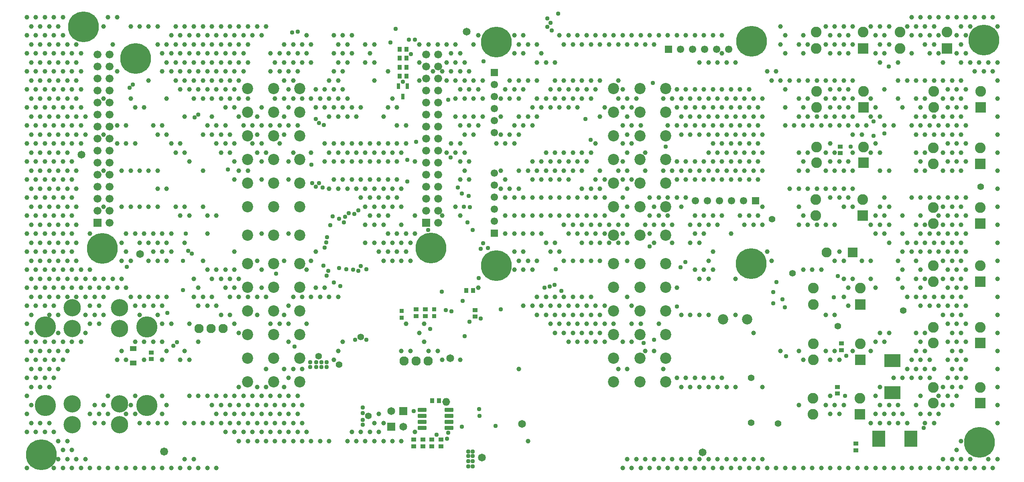
<source format=gbs>
G04*
G04 #@! TF.GenerationSoftware,Altium Limited,Altium Designer,22.11.1 (43)*
G04*
G04 Layer_Color=16711935*
%FSLAX23Y23*%
%MOIN*%
G70*
G04*
G04 #@! TF.SameCoordinates,FD0B0D1A-97A4-46D0-9F7C-2B5E2F8B1952*
G04*
G04*
G04 #@! TF.FilePolarity,Negative*
G04*
G01*
G75*
%ADD46R,0.034X0.041*%
%ADD49R,0.036X0.036*%
%ADD50R,0.041X0.037*%
%ADD51R,0.041X0.034*%
%ADD55R,0.037X0.041*%
G04:AMPARAMS|DCode=61|XSize=32mil|YSize=71mil|CornerRadius=5mil|HoleSize=0mil|Usage=FLASHONLY|Rotation=270.000|XOffset=0mil|YOffset=0mil|HoleType=Round|Shape=RoundedRectangle|*
%AMROUNDEDRECTD61*
21,1,0.032,0.061,0,0,270.0*
21,1,0.022,0.071,0,0,270.0*
1,1,0.010,-0.031,-0.011*
1,1,0.010,-0.031,0.011*
1,1,0.010,0.031,0.011*
1,1,0.010,0.031,-0.011*
%
%ADD61ROUNDEDRECTD61*%
%ADD65C,0.144*%
%ADD66C,0.093*%
%ADD67C,0.077*%
%ADD68C,0.065*%
%ADD69R,0.065X0.065*%
%ADD70C,0.061*%
%ADD71R,0.061X0.061*%
%ADD72C,0.066*%
%ADD73R,0.066X0.066*%
%ADD74C,0.086*%
%ADD75R,0.089X0.089*%
%ADD76C,0.089*%
%ADD77C,0.083*%
%ADD78R,0.083X0.083*%
%ADD79R,0.061X0.061*%
%ADD80O,0.065X0.065*%
%ADD81O,0.065X0.067*%
%ADD82C,0.039*%
%ADD83C,0.037*%
%ADD84C,0.056*%
%ADD85C,0.256*%
%ADD86C,0.176*%
%ADD130R,0.136X0.106*%
%ADD131R,0.106X0.136*%
%ADD132R,0.053X0.041*%
%ADD133R,0.053X0.041*%
%ADD134R,0.030X0.051*%
D46*
X3724Y1611D02*
D03*
X3668D02*
D03*
D49*
X3415Y2358D02*
D03*
Y2303D02*
D03*
X3685Y2315D02*
D03*
Y2370D02*
D03*
D50*
X3535Y2315D02*
D03*
Y2370D02*
D03*
X3610Y2315D02*
D03*
Y2370D02*
D03*
X4026Y2365D02*
D03*
Y2310D02*
D03*
X3516Y1232D02*
D03*
Y1288D02*
D03*
X3591Y1232D02*
D03*
Y1288D02*
D03*
X3666D02*
D03*
Y1232D02*
D03*
D51*
X7035Y1725D02*
D03*
Y1670D02*
D03*
X7188Y1199D02*
D03*
Y1255D02*
D03*
X7058Y3726D02*
D03*
Y3670D02*
D03*
X7068Y2089D02*
D03*
Y2033D02*
D03*
X1335Y2013D02*
D03*
Y1957D02*
D03*
X3741Y1232D02*
D03*
Y1288D02*
D03*
D55*
X4008Y2528D02*
D03*
X3952D02*
D03*
X3397Y4310D02*
D03*
X3453D02*
D03*
X3397Y4535D02*
D03*
X3453D02*
D03*
Y4460D02*
D03*
X3397D02*
D03*
X3453Y4385D02*
D03*
X3397D02*
D03*
D61*
X3585Y1385D02*
D03*
Y1435D02*
D03*
Y1485D02*
D03*
Y1535D02*
D03*
X3808Y1385D02*
D03*
Y1435D02*
D03*
Y1485D02*
D03*
Y1535D02*
D03*
D65*
X678Y2384D02*
D03*
Y2211D02*
D03*
X1072Y2384D02*
D03*
Y2211D02*
D03*
Y1412D02*
D03*
Y1585D02*
D03*
X678Y1412D02*
D03*
Y1585D02*
D03*
D66*
X2352Y2988D02*
D03*
Y1768D02*
D03*
X2135D02*
D03*
X2568Y1964D02*
D03*
X2135Y3224D02*
D03*
Y4208D02*
D03*
X2352D02*
D03*
X2568D02*
D03*
X2135Y4012D02*
D03*
X2352D02*
D03*
X2568D02*
D03*
X2135Y3815D02*
D03*
X2352D02*
D03*
X2568D02*
D03*
X2135Y3618D02*
D03*
X2352D02*
D03*
X2568D02*
D03*
X2135Y3421D02*
D03*
X2352D02*
D03*
X2568D02*
D03*
X2352Y3224D02*
D03*
X2568D02*
D03*
X2135Y2988D02*
D03*
X2568D02*
D03*
X2135Y2752D02*
D03*
X2352D02*
D03*
X2568D02*
D03*
X2135Y2555D02*
D03*
X2352D02*
D03*
X2568D02*
D03*
X2135Y2358D02*
D03*
X2352D02*
D03*
X2568D02*
D03*
X2135Y2161D02*
D03*
X2352D02*
D03*
X2135Y1964D02*
D03*
X2352D02*
D03*
X2568Y1768D02*
D03*
Y2161D02*
D03*
X5176Y2752D02*
D03*
X5393Y3815D02*
D03*
Y4012D02*
D03*
X5176Y4208D02*
D03*
X5393D02*
D03*
X5609D02*
D03*
X5176Y4012D02*
D03*
X5609D02*
D03*
X5176Y3815D02*
D03*
X5609D02*
D03*
X5176Y3618D02*
D03*
X5393D02*
D03*
X5609D02*
D03*
X5176Y3421D02*
D03*
X5393D02*
D03*
X5609D02*
D03*
X5176Y3224D02*
D03*
X5393D02*
D03*
X5609D02*
D03*
X5176Y2988D02*
D03*
X5393D02*
D03*
X5609D02*
D03*
X5393Y2752D02*
D03*
X5609D02*
D03*
X5176Y2555D02*
D03*
X5393D02*
D03*
X5609D02*
D03*
X5176Y2358D02*
D03*
X5609D02*
D03*
X5176Y2161D02*
D03*
X5393D02*
D03*
X5609D02*
D03*
X5176Y1964D02*
D03*
X5393D02*
D03*
X5609D02*
D03*
X5176Y1768D02*
D03*
X5609D02*
D03*
X5393Y2358D02*
D03*
Y1768D02*
D03*
D67*
X1731Y2211D02*
D03*
X1831D02*
D03*
X1931D02*
D03*
X3636Y1943D02*
D03*
X3536D02*
D03*
X3436D02*
D03*
D68*
X3819Y1964D02*
D03*
X1240Y2832D02*
D03*
X3428Y1396D02*
D03*
X3328Y1524D02*
D03*
X5915Y1180D02*
D03*
X3954Y4680D02*
D03*
X4081Y1137D02*
D03*
X4415Y1419D02*
D03*
X756Y3657D02*
D03*
D69*
X3328Y1396D02*
D03*
X3428Y1524D02*
D03*
D70*
X6130Y4535D02*
D03*
X6030D02*
D03*
X5930D02*
D03*
X5830D02*
D03*
X5730D02*
D03*
X5855Y3275D02*
D03*
X5955D02*
D03*
X6055D02*
D03*
X6155D02*
D03*
X6255D02*
D03*
X4185Y4240D02*
D03*
Y4140D02*
D03*
Y4040D02*
D03*
Y3940D02*
D03*
Y3840D02*
D03*
Y3105D02*
D03*
Y3205D02*
D03*
Y3305D02*
D03*
Y3405D02*
D03*
Y3505D02*
D03*
D71*
X5630Y4535D02*
D03*
X6355Y3275D02*
D03*
D72*
X3618Y3290D02*
D03*
Y3390D02*
D03*
X3718Y4490D02*
D03*
Y4390D02*
D03*
X3618Y4490D02*
D03*
Y4390D02*
D03*
X3718Y4290D02*
D03*
Y4190D02*
D03*
Y4090D02*
D03*
Y3990D02*
D03*
Y3890D02*
D03*
Y3790D02*
D03*
Y3690D02*
D03*
Y3590D02*
D03*
Y3490D02*
D03*
Y3390D02*
D03*
Y3290D02*
D03*
Y3190D02*
D03*
Y3090D02*
D03*
X3618Y4290D02*
D03*
Y4190D02*
D03*
Y4090D02*
D03*
Y3990D02*
D03*
Y3890D02*
D03*
Y3790D02*
D03*
Y3690D02*
D03*
Y3590D02*
D03*
Y3490D02*
D03*
Y3190D02*
D03*
X989Y4490D02*
D03*
Y4390D02*
D03*
X889Y4490D02*
D03*
Y4390D02*
D03*
X989Y4290D02*
D03*
Y4190D02*
D03*
Y4090D02*
D03*
Y3990D02*
D03*
Y3790D02*
D03*
Y3690D02*
D03*
Y3590D02*
D03*
Y3490D02*
D03*
Y3390D02*
D03*
Y3290D02*
D03*
Y3190D02*
D03*
Y3090D02*
D03*
X889Y4290D02*
D03*
Y4190D02*
D03*
Y4090D02*
D03*
Y3990D02*
D03*
Y3890D02*
D03*
Y3790D02*
D03*
Y3690D02*
D03*
Y3490D02*
D03*
Y3390D02*
D03*
Y3290D02*
D03*
Y3190D02*
D03*
X989Y3890D02*
D03*
X889Y3590D02*
D03*
D73*
X3618Y3090D02*
D03*
X889D02*
D03*
D74*
X6086Y2287D02*
D03*
X6286D02*
D03*
D75*
X7249Y4543D02*
D03*
X7223Y2413D02*
D03*
X7244Y3152D02*
D03*
X7250Y3590D02*
D03*
X8221Y2601D02*
D03*
X8220Y2090D02*
D03*
X8225Y4050D02*
D03*
X8221Y3581D02*
D03*
X7222Y1499D02*
D03*
X7223Y1951D02*
D03*
X7250Y4050D02*
D03*
X8220Y1590D02*
D03*
X8221Y3085D02*
D03*
X7945Y4543D02*
D03*
D76*
X6859D02*
D03*
Y4677D02*
D03*
X7249D02*
D03*
X7223Y2547D02*
D03*
X6833D02*
D03*
Y2413D02*
D03*
X6854Y3152D02*
D03*
Y3286D02*
D03*
X7244D02*
D03*
X6860Y3590D02*
D03*
Y3723D02*
D03*
X7250D02*
D03*
X8221Y2735D02*
D03*
X7831D02*
D03*
Y2601D02*
D03*
X7830Y2090D02*
D03*
Y2223D02*
D03*
X8220D02*
D03*
X8225Y4184D02*
D03*
X7835D02*
D03*
Y4050D02*
D03*
X8221Y3715D02*
D03*
X7831D02*
D03*
Y3581D02*
D03*
X7222Y1633D02*
D03*
X6832D02*
D03*
Y1499D02*
D03*
X7223Y2085D02*
D03*
X6833D02*
D03*
Y1951D02*
D03*
X7250Y4184D02*
D03*
X6860D02*
D03*
Y4050D02*
D03*
X8220Y1723D02*
D03*
X7830D02*
D03*
Y1590D02*
D03*
X7831Y3085D02*
D03*
Y3219D02*
D03*
X8221D02*
D03*
X7555Y4543D02*
D03*
Y4677D02*
D03*
X7945D02*
D03*
D77*
X6944Y2846D02*
D03*
D78*
X7160D02*
D03*
D79*
X4185Y4340D02*
D03*
Y3005D02*
D03*
D80*
X3784Y1603D02*
D03*
D81*
X1442Y1189D02*
D03*
D82*
X8325Y4800D02*
D03*
X8363Y4725D02*
D03*
Y4425D02*
D03*
X8325Y4350D02*
D03*
X8363Y4275D02*
D03*
Y4125D02*
D03*
Y3975D02*
D03*
Y3825D02*
D03*
Y3675D02*
D03*
Y3525D02*
D03*
Y3375D02*
D03*
Y3225D02*
D03*
Y3075D02*
D03*
Y2925D02*
D03*
Y2775D02*
D03*
Y2625D02*
D03*
Y2475D02*
D03*
Y2325D02*
D03*
Y2175D02*
D03*
Y2025D02*
D03*
Y1875D02*
D03*
Y1725D02*
D03*
Y1575D02*
D03*
Y1425D02*
D03*
Y1125D02*
D03*
X8325Y1050D02*
D03*
X8250Y4800D02*
D03*
X8288Y4425D02*
D03*
X8250Y4350D02*
D03*
X8288Y1125D02*
D03*
X8250Y1050D02*
D03*
X8175Y4800D02*
D03*
X8212Y4425D02*
D03*
X8175Y4350D02*
D03*
Y1050D02*
D03*
X8100Y4800D02*
D03*
X8137Y4725D02*
D03*
X8100Y4650D02*
D03*
Y4500D02*
D03*
X8137Y4425D02*
D03*
X8100Y4200D02*
D03*
Y4050D02*
D03*
Y3900D02*
D03*
Y3750D02*
D03*
Y3600D02*
D03*
Y3300D02*
D03*
Y3150D02*
D03*
Y3000D02*
D03*
Y2850D02*
D03*
Y2700D02*
D03*
Y2550D02*
D03*
Y2400D02*
D03*
Y2250D02*
D03*
Y2100D02*
D03*
Y1950D02*
D03*
Y1800D02*
D03*
X8137Y1125D02*
D03*
X8100Y1050D02*
D03*
X8025Y4800D02*
D03*
X8062Y4725D02*
D03*
X8025Y4650D02*
D03*
X8062Y4575D02*
D03*
X8025Y4500D02*
D03*
X8062Y4425D02*
D03*
Y4275D02*
D03*
X8025Y4200D02*
D03*
X8062Y4125D02*
D03*
X8025Y4050D02*
D03*
X8062Y3975D02*
D03*
X8025Y3900D02*
D03*
X8062Y3825D02*
D03*
X8025Y3750D02*
D03*
X8062Y3675D02*
D03*
X8025Y3600D02*
D03*
X8062Y3525D02*
D03*
X8025Y3300D02*
D03*
X8062Y3225D02*
D03*
X8025Y3150D02*
D03*
X8062Y3075D02*
D03*
X8025Y3000D02*
D03*
X8062Y2925D02*
D03*
X8025Y2850D02*
D03*
X8062Y2775D02*
D03*
X8025Y2700D02*
D03*
X8062Y2625D02*
D03*
X8025Y2550D02*
D03*
X8062Y2475D02*
D03*
X8025Y2400D02*
D03*
X8062Y2325D02*
D03*
X8025Y2250D02*
D03*
X8062Y2175D02*
D03*
X8025Y2100D02*
D03*
X8062Y2025D02*
D03*
X8025Y1950D02*
D03*
X8062Y1875D02*
D03*
X8025Y1800D02*
D03*
X8062Y1725D02*
D03*
X8025Y1650D02*
D03*
X8062Y1275D02*
D03*
X8025Y1200D02*
D03*
X8062Y1125D02*
D03*
X8025Y1050D02*
D03*
X7950Y4800D02*
D03*
X7988Y4275D02*
D03*
X7950Y4200D02*
D03*
X7988Y4125D02*
D03*
X7950Y4050D02*
D03*
X7988Y3975D02*
D03*
X7950Y3900D02*
D03*
X7988Y3825D02*
D03*
X7950Y3750D02*
D03*
X7988Y3675D02*
D03*
X7950Y3600D02*
D03*
X7988Y3525D02*
D03*
X7950Y3300D02*
D03*
X7988Y3225D02*
D03*
X7950Y3150D02*
D03*
X7988Y3075D02*
D03*
X7950Y3000D02*
D03*
X7988Y2925D02*
D03*
X7950Y2850D02*
D03*
X7988Y2775D02*
D03*
X7950Y2700D02*
D03*
X7988Y2625D02*
D03*
X7950Y2550D02*
D03*
X7988Y2475D02*
D03*
X7950Y2400D02*
D03*
X7988Y2325D02*
D03*
X7950Y2250D02*
D03*
X7988Y2175D02*
D03*
X7950Y2100D02*
D03*
X7988Y2025D02*
D03*
X7950Y1950D02*
D03*
X7988Y1875D02*
D03*
X7950Y1800D02*
D03*
X7988Y1725D02*
D03*
X7950Y1650D02*
D03*
X7988Y1575D02*
D03*
Y1125D02*
D03*
X7950Y1050D02*
D03*
X7875Y4800D02*
D03*
Y4650D02*
D03*
Y4500D02*
D03*
X7912Y4425D02*
D03*
Y4275D02*
D03*
Y4125D02*
D03*
Y3975D02*
D03*
X7875Y3900D02*
D03*
X7912Y3825D02*
D03*
Y3675D02*
D03*
Y3525D02*
D03*
X7875Y3300D02*
D03*
X7912Y3225D02*
D03*
X7875Y3150D02*
D03*
X7912Y3075D02*
D03*
X7875Y3000D02*
D03*
X7912Y2925D02*
D03*
X7875Y2850D02*
D03*
X7912Y2775D02*
D03*
Y2625D02*
D03*
Y2475D02*
D03*
X7875Y2400D02*
D03*
X7912Y2325D02*
D03*
Y1725D02*
D03*
X7875Y1650D02*
D03*
X7912Y1575D02*
D03*
X7875Y1500D02*
D03*
X7912Y1125D02*
D03*
X7875Y1050D02*
D03*
X7800Y4800D02*
D03*
X7838Y4725D02*
D03*
X7800Y4650D02*
D03*
X7838Y4575D02*
D03*
X7800Y4500D02*
D03*
X7838Y4275D02*
D03*
Y3975D02*
D03*
X7800Y3900D02*
D03*
X7838Y3825D02*
D03*
X7800Y3300D02*
D03*
Y3000D02*
D03*
X7838Y2925D02*
D03*
X7800Y2850D02*
D03*
X7838Y2475D02*
D03*
X7800Y2400D02*
D03*
Y1950D02*
D03*
X7838Y1875D02*
D03*
X7800Y1800D02*
D03*
Y1500D02*
D03*
X7838Y1425D02*
D03*
X7800Y1050D02*
D03*
X7725Y4800D02*
D03*
X7762Y4725D02*
D03*
X7725Y4650D02*
D03*
X7762Y4575D02*
D03*
Y4275D02*
D03*
Y4125D02*
D03*
X7725Y4050D02*
D03*
X7762Y3975D02*
D03*
X7725Y3900D02*
D03*
X7762Y3825D02*
D03*
Y3675D02*
D03*
X7725Y3600D02*
D03*
X7762Y3525D02*
D03*
X7725Y3300D02*
D03*
Y3150D02*
D03*
X7762Y3075D02*
D03*
X7725Y3000D02*
D03*
X7762Y2925D02*
D03*
X7725Y2850D02*
D03*
Y2700D02*
D03*
X7762Y2625D02*
D03*
X7725Y2550D02*
D03*
X7762Y2475D02*
D03*
X7725Y2400D02*
D03*
X7762Y2175D02*
D03*
X7725Y2100D02*
D03*
X7762Y2025D02*
D03*
X7725Y1950D02*
D03*
X7762Y1875D02*
D03*
X7725Y1800D02*
D03*
Y1650D02*
D03*
Y1500D02*
D03*
X7762Y1425D02*
D03*
X7725Y1050D02*
D03*
X7650Y4800D02*
D03*
X7688Y4725D02*
D03*
X7650Y4650D02*
D03*
Y4500D02*
D03*
X7688Y4275D02*
D03*
Y4125D02*
D03*
Y3975D02*
D03*
X7650Y3900D02*
D03*
X7688Y3825D02*
D03*
Y3675D02*
D03*
Y3525D02*
D03*
X7650Y3300D02*
D03*
X7688Y3075D02*
D03*
Y2925D02*
D03*
X7650Y2850D02*
D03*
X7688Y2775D02*
D03*
Y2625D02*
D03*
Y2475D02*
D03*
Y2175D02*
D03*
Y2025D02*
D03*
X7650Y1950D02*
D03*
X7688Y1875D02*
D03*
X7650Y1800D02*
D03*
X7688Y1575D02*
D03*
X7650Y1050D02*
D03*
X7613Y4725D02*
D03*
Y4275D02*
D03*
X7575Y4050D02*
D03*
Y3150D02*
D03*
Y3000D02*
D03*
X7613Y2925D02*
D03*
X7575Y2850D02*
D03*
Y2700D02*
D03*
Y2550D02*
D03*
X7613Y2475D02*
D03*
Y1875D02*
D03*
X7575Y1800D02*
D03*
Y1500D02*
D03*
X7613Y1425D02*
D03*
X7575Y1050D02*
D03*
X7537Y4425D02*
D03*
Y4275D02*
D03*
Y4125D02*
D03*
X7500Y3900D02*
D03*
X7537Y2775D02*
D03*
Y2625D02*
D03*
X7500Y1800D02*
D03*
X7537Y1575D02*
D03*
X7500Y1500D02*
D03*
X7537Y1425D02*
D03*
X7500Y1050D02*
D03*
X7463Y4725D02*
D03*
X7425Y4650D02*
D03*
X7463Y4575D02*
D03*
X7425Y4500D02*
D03*
Y4200D02*
D03*
Y3900D02*
D03*
X7463Y3525D02*
D03*
X7425Y3300D02*
D03*
X7463Y3225D02*
D03*
X7425Y3150D02*
D03*
X7463Y3075D02*
D03*
X7425Y3000D02*
D03*
X7463Y2925D02*
D03*
Y2175D02*
D03*
X7425Y2100D02*
D03*
X7463Y1575D02*
D03*
X7425Y1500D02*
D03*
X7463Y1425D02*
D03*
X7425Y1050D02*
D03*
X7387Y4725D02*
D03*
X7350Y4650D02*
D03*
X7387Y4575D02*
D03*
X7350Y4500D02*
D03*
X7387Y4425D02*
D03*
X7350Y4050D02*
D03*
X7387Y3975D02*
D03*
X7350Y3750D02*
D03*
X7387Y3675D02*
D03*
Y3525D02*
D03*
Y3225D02*
D03*
X7350Y3150D02*
D03*
X7387Y3075D02*
D03*
X7350Y3000D02*
D03*
Y2550D02*
D03*
X7387Y2175D02*
D03*
X7350Y2100D02*
D03*
X7387Y1725D02*
D03*
X7350Y1650D02*
D03*
X7387Y1575D02*
D03*
X7350Y1500D02*
D03*
X7387Y1425D02*
D03*
X7350Y1050D02*
D03*
X7312Y4725D02*
D03*
Y4125D02*
D03*
Y3975D02*
D03*
X7275Y3900D02*
D03*
X7312Y3675D02*
D03*
Y3075D02*
D03*
Y2775D02*
D03*
Y2625D02*
D03*
Y2025D02*
D03*
Y1425D02*
D03*
X7275Y1050D02*
D03*
X7200Y3900D02*
D03*
X7238Y3825D02*
D03*
Y2775D02*
D03*
X7200Y1050D02*
D03*
X7162Y4725D02*
D03*
X7125Y4650D02*
D03*
X7162Y4575D02*
D03*
X7125Y4500D02*
D03*
X7162Y4275D02*
D03*
X7125Y4200D02*
D03*
X7162Y4125D02*
D03*
X7125Y4050D02*
D03*
X7162Y3975D02*
D03*
X7125Y3900D02*
D03*
X7162Y3825D02*
D03*
Y3675D02*
D03*
X7125Y3600D02*
D03*
X7162Y3525D02*
D03*
Y3375D02*
D03*
X7125Y3300D02*
D03*
X7162Y3225D02*
D03*
Y2625D02*
D03*
X7125Y2550D02*
D03*
Y2400D02*
D03*
X7162Y2025D02*
D03*
X7125Y1050D02*
D03*
X7088Y4725D02*
D03*
X7050Y4650D02*
D03*
X7088Y4575D02*
D03*
X7050Y4500D02*
D03*
X7088Y4275D02*
D03*
X7050Y4200D02*
D03*
X7088Y4125D02*
D03*
X7050Y4050D02*
D03*
X7088Y3975D02*
D03*
X7050Y3900D02*
D03*
Y3600D02*
D03*
X7088Y3525D02*
D03*
Y3375D02*
D03*
X7050Y3300D02*
D03*
X7088Y3225D02*
D03*
X7050Y2850D02*
D03*
X7088Y2775D02*
D03*
Y2625D02*
D03*
Y2475D02*
D03*
X7050Y1950D02*
D03*
X7088Y1575D02*
D03*
X7050Y1500D02*
D03*
Y1050D02*
D03*
X7012Y4725D02*
D03*
X6975Y4650D02*
D03*
X7012Y4575D02*
D03*
X6975Y4500D02*
D03*
X7012Y4275D02*
D03*
X6975Y4200D02*
D03*
X7012Y4125D02*
D03*
X6975Y4050D02*
D03*
X7012Y3975D02*
D03*
X6975Y3900D02*
D03*
Y3750D02*
D03*
X7012Y3675D02*
D03*
X6975Y3600D02*
D03*
X7012Y3525D02*
D03*
Y3375D02*
D03*
X6975Y3300D02*
D03*
X7012Y3075D02*
D03*
Y2775D02*
D03*
Y2325D02*
D03*
Y2025D02*
D03*
X6975Y1950D02*
D03*
Y1650D02*
D03*
X7012Y1575D02*
D03*
X6975Y1500D02*
D03*
Y1050D02*
D03*
X6938Y4725D02*
D03*
Y4575D02*
D03*
Y4275D02*
D03*
Y4125D02*
D03*
Y3975D02*
D03*
X6900Y3900D02*
D03*
X6938Y3675D02*
D03*
Y3525D02*
D03*
Y3375D02*
D03*
Y3075D02*
D03*
X6900Y2700D02*
D03*
X6938Y2325D02*
D03*
Y2025D02*
D03*
Y1575D02*
D03*
X6900Y1050D02*
D03*
X6863Y4275D02*
D03*
Y3975D02*
D03*
X6825Y3900D02*
D03*
X6863Y3375D02*
D03*
Y3075D02*
D03*
X6825Y2700D02*
D03*
Y1050D02*
D03*
X6750Y4650D02*
D03*
X6787Y4575D02*
D03*
X6750Y4500D02*
D03*
X6787Y4275D02*
D03*
Y4125D02*
D03*
X6750Y4050D02*
D03*
X6787Y3975D02*
D03*
X6750Y3900D02*
D03*
X6787Y3675D02*
D03*
X6750Y3600D02*
D03*
X6787Y3525D02*
D03*
Y3375D02*
D03*
X6750Y3150D02*
D03*
X6787Y3075D02*
D03*
X6750Y2700D02*
D03*
Y1950D02*
D03*
Y1050D02*
D03*
X6713Y4575D02*
D03*
Y4275D02*
D03*
Y4125D02*
D03*
Y3975D02*
D03*
X6675Y3900D02*
D03*
X6713Y3675D02*
D03*
Y3525D02*
D03*
Y3375D02*
D03*
Y3225D02*
D03*
Y3075D02*
D03*
Y2025D02*
D03*
Y1575D02*
D03*
X6675Y1050D02*
D03*
X6600Y4650D02*
D03*
Y4500D02*
D03*
X6637Y4275D02*
D03*
X6600Y4200D02*
D03*
Y4050D02*
D03*
Y3900D02*
D03*
X6637Y3375D02*
D03*
X6600Y1050D02*
D03*
X6562Y4725D02*
D03*
Y4575D02*
D03*
X6525Y4350D02*
D03*
X6562Y4275D02*
D03*
Y2025D02*
D03*
X6525Y1050D02*
D03*
X6450Y4350D02*
D03*
X6488Y4275D02*
D03*
X6450Y2850D02*
D03*
X6488Y2775D02*
D03*
X6450Y1050D02*
D03*
X6412Y4125D02*
D03*
X6375Y4050D02*
D03*
X6412Y3975D02*
D03*
X6375Y3900D02*
D03*
X6412Y3825D02*
D03*
X6375Y3750D02*
D03*
X6412Y3675D02*
D03*
X6375Y3600D02*
D03*
X6412Y3525D02*
D03*
X6375Y3450D02*
D03*
X6412Y3225D02*
D03*
X6375Y3150D02*
D03*
X6412Y3075D02*
D03*
Y1725D02*
D03*
Y1125D02*
D03*
X6375Y1050D02*
D03*
X6300Y4200D02*
D03*
X6338Y4125D02*
D03*
X6300Y4050D02*
D03*
X6338Y3975D02*
D03*
X6300Y3900D02*
D03*
X6338Y3825D02*
D03*
X6300Y3750D02*
D03*
X6338Y3675D02*
D03*
X6300Y3600D02*
D03*
X6338Y3525D02*
D03*
X6300Y3450D02*
D03*
Y3150D02*
D03*
X6338Y3075D02*
D03*
Y2175D02*
D03*
Y1125D02*
D03*
X6300Y1050D02*
D03*
X6225Y4200D02*
D03*
X6262Y4125D02*
D03*
X6225Y4050D02*
D03*
X6262Y3975D02*
D03*
X6225Y3900D02*
D03*
X6262Y3825D02*
D03*
X6225Y3750D02*
D03*
X6262Y3675D02*
D03*
X6225Y3600D02*
D03*
X6262Y3525D02*
D03*
X6225Y3450D02*
D03*
Y3150D02*
D03*
X6262Y3075D02*
D03*
Y1125D02*
D03*
X6225Y1050D02*
D03*
X6188Y4425D02*
D03*
X6150Y4200D02*
D03*
X6188Y4125D02*
D03*
X6150Y4050D02*
D03*
X6188Y3975D02*
D03*
X6150Y3900D02*
D03*
X6188Y3825D02*
D03*
X6150Y3750D02*
D03*
X6188Y3675D02*
D03*
X6150Y3600D02*
D03*
X6188Y3525D02*
D03*
X6150Y3450D02*
D03*
Y3000D02*
D03*
X6188Y2625D02*
D03*
Y2325D02*
D03*
Y1725D02*
D03*
Y1125D02*
D03*
X6150Y1050D02*
D03*
X6075Y4650D02*
D03*
Y4500D02*
D03*
X6113Y4425D02*
D03*
X6075Y4200D02*
D03*
X6113Y4125D02*
D03*
X6075Y4050D02*
D03*
X6113Y3975D02*
D03*
X6075Y3900D02*
D03*
X6113Y3825D02*
D03*
X6075Y3750D02*
D03*
X6113Y3675D02*
D03*
X6075Y3600D02*
D03*
X6113Y3525D02*
D03*
X6075Y3450D02*
D03*
Y3150D02*
D03*
Y1800D02*
D03*
X6113Y1725D02*
D03*
Y1125D02*
D03*
X6075Y1050D02*
D03*
X6000Y4650D02*
D03*
X6037Y4425D02*
D03*
X6000Y4200D02*
D03*
X6037Y4125D02*
D03*
X6000Y4050D02*
D03*
X6037Y3975D02*
D03*
X6000Y3900D02*
D03*
X6037Y3825D02*
D03*
X6000Y3750D02*
D03*
X6037Y3675D02*
D03*
X6000Y3600D02*
D03*
X6037Y3525D02*
D03*
X6000Y3450D02*
D03*
Y3150D02*
D03*
X6037Y3075D02*
D03*
X6000Y2850D02*
D03*
Y2700D02*
D03*
Y1800D02*
D03*
X6037Y1725D02*
D03*
Y1125D02*
D03*
X6000Y1050D02*
D03*
X5925Y4650D02*
D03*
X5963Y4425D02*
D03*
X5925Y4200D02*
D03*
X5963Y4125D02*
D03*
X5925Y4050D02*
D03*
X5963Y3975D02*
D03*
X5925Y3900D02*
D03*
X5963Y3825D02*
D03*
Y3675D02*
D03*
X5925Y3600D02*
D03*
X5963Y3525D02*
D03*
X5925Y3450D02*
D03*
Y3150D02*
D03*
X5963Y3075D02*
D03*
X5925Y3000D02*
D03*
X5963Y2775D02*
D03*
X5925Y2700D02*
D03*
X5963Y2625D02*
D03*
Y2325D02*
D03*
X5925Y1800D02*
D03*
X5963Y1725D02*
D03*
Y1125D02*
D03*
X5925Y1050D02*
D03*
X5850Y4650D02*
D03*
X5887Y4425D02*
D03*
X5850Y4200D02*
D03*
X5887Y4125D02*
D03*
X5850Y4050D02*
D03*
X5887Y3975D02*
D03*
X5850Y3900D02*
D03*
X5887Y3825D02*
D03*
X5850Y3600D02*
D03*
X5887Y3525D02*
D03*
X5850Y3450D02*
D03*
Y3150D02*
D03*
X5887Y3075D02*
D03*
X5850Y3000D02*
D03*
X5887Y2925D02*
D03*
X5850Y2700D02*
D03*
X5887Y2625D02*
D03*
Y2325D02*
D03*
X5850Y1800D02*
D03*
X5887Y1725D02*
D03*
Y1125D02*
D03*
X5850Y1050D02*
D03*
X5775Y4650D02*
D03*
Y4200D02*
D03*
X5812Y4125D02*
D03*
X5775Y4050D02*
D03*
X5812Y3975D02*
D03*
X5775Y3900D02*
D03*
X5812Y3825D02*
D03*
X5775Y3600D02*
D03*
X5812Y3525D02*
D03*
X5775Y3450D02*
D03*
Y3300D02*
D03*
X5812Y3075D02*
D03*
Y2925D02*
D03*
Y2325D02*
D03*
X5775Y1800D02*
D03*
X5812Y1725D02*
D03*
Y1125D02*
D03*
X5775Y1050D02*
D03*
X5700Y4650D02*
D03*
Y4200D02*
D03*
X5738Y4125D02*
D03*
X5700Y4050D02*
D03*
X5738Y3975D02*
D03*
X5700Y3900D02*
D03*
X5738Y3825D02*
D03*
X5700Y3600D02*
D03*
X5738Y3525D02*
D03*
X5700Y3450D02*
D03*
Y3300D02*
D03*
X5738Y3225D02*
D03*
X5700Y2550D02*
D03*
X5738Y2325D02*
D03*
X5700Y1800D02*
D03*
X5738Y1725D02*
D03*
Y1125D02*
D03*
X5700Y1050D02*
D03*
X5625Y4650D02*
D03*
X5662Y4125D02*
D03*
X5625Y3900D02*
D03*
X5662Y3525D02*
D03*
X5625Y3300D02*
D03*
Y3150D02*
D03*
X5662Y3075D02*
D03*
Y2925D02*
D03*
Y1125D02*
D03*
X5625Y1050D02*
D03*
X5550Y4650D02*
D03*
X5588Y4125D02*
D03*
Y3525D02*
D03*
X5550Y3300D02*
D03*
Y3150D02*
D03*
X5588Y3075D02*
D03*
X5550Y2250D02*
D03*
X5588Y1875D02*
D03*
Y1125D02*
D03*
X5550Y1050D02*
D03*
X5475Y4650D02*
D03*
X5512Y4575D02*
D03*
X5475Y3300D02*
D03*
X5512Y3225D02*
D03*
X5475Y3150D02*
D03*
X5512Y3075D02*
D03*
X5475Y3000D02*
D03*
X5512Y2925D02*
D03*
Y2025D02*
D03*
Y1125D02*
D03*
X5475Y1050D02*
D03*
X5400Y4650D02*
D03*
X5438Y4575D02*
D03*
X5400Y3900D02*
D03*
X5438Y3675D02*
D03*
Y3525D02*
D03*
Y3075D02*
D03*
X5400Y2250D02*
D03*
X5438Y2025D02*
D03*
Y1125D02*
D03*
X5400Y1050D02*
D03*
X5325Y4650D02*
D03*
X5363Y4575D02*
D03*
Y4125D02*
D03*
X5325Y4050D02*
D03*
Y3900D02*
D03*
Y3750D02*
D03*
Y3450D02*
D03*
Y2400D02*
D03*
Y2250D02*
D03*
Y2100D02*
D03*
X5363Y1125D02*
D03*
X5325Y1050D02*
D03*
X5250Y4650D02*
D03*
X5287Y4575D02*
D03*
X5250Y4200D02*
D03*
X5287Y4125D02*
D03*
X5250Y4050D02*
D03*
X5287Y3975D02*
D03*
X5250Y3900D02*
D03*
X5287Y3825D02*
D03*
X5250Y3750D02*
D03*
X5287Y3675D02*
D03*
X5250Y3600D02*
D03*
X5287Y3525D02*
D03*
X5250Y3450D02*
D03*
X5287Y3375D02*
D03*
X5250Y3300D02*
D03*
X5287Y3225D02*
D03*
X5250Y3150D02*
D03*
X5287Y3075D02*
D03*
X5250Y3000D02*
D03*
X5287Y2925D02*
D03*
Y2775D02*
D03*
Y2475D02*
D03*
X5250Y2100D02*
D03*
X5287Y1875D02*
D03*
Y1125D02*
D03*
X5250Y1050D02*
D03*
X5175Y4650D02*
D03*
X5213Y4575D02*
D03*
Y4275D02*
D03*
Y4125D02*
D03*
Y3525D02*
D03*
Y3075D02*
D03*
Y2925D02*
D03*
X5175Y2250D02*
D03*
X5213Y1875D02*
D03*
X5100Y4650D02*
D03*
X5137Y4575D02*
D03*
X5100Y4050D02*
D03*
Y3450D02*
D03*
Y3300D02*
D03*
Y3150D02*
D03*
X5137Y3075D02*
D03*
X5100Y3000D02*
D03*
X5137Y2925D02*
D03*
X5100Y2400D02*
D03*
Y2250D02*
D03*
Y2100D02*
D03*
X5025Y4650D02*
D03*
X5062Y4575D02*
D03*
Y4275D02*
D03*
X5025Y4200D02*
D03*
X5062Y3975D02*
D03*
X5025Y3750D02*
D03*
X5062Y3525D02*
D03*
X5025Y3450D02*
D03*
X5062Y3375D02*
D03*
X5025Y3300D02*
D03*
Y3150D02*
D03*
X5062Y3075D02*
D03*
X5025Y3000D02*
D03*
X5062Y2925D02*
D03*
Y2775D02*
D03*
X5025Y2400D02*
D03*
X5062Y2325D02*
D03*
X5025Y2250D02*
D03*
X5062Y2175D02*
D03*
X5025Y2100D02*
D03*
X4950Y4650D02*
D03*
X4988Y4575D02*
D03*
Y4275D02*
D03*
X4950Y4200D02*
D03*
X4988Y4125D02*
D03*
Y3675D02*
D03*
X4950Y3600D02*
D03*
X4988Y3375D02*
D03*
X4950Y3300D02*
D03*
Y3150D02*
D03*
X4988Y3075D02*
D03*
X4950Y3000D02*
D03*
X4988Y2925D02*
D03*
Y2775D02*
D03*
Y2475D02*
D03*
X4950Y2400D02*
D03*
X4988Y2325D02*
D03*
X4950Y2250D02*
D03*
X4988Y2175D02*
D03*
X4950Y2100D02*
D03*
X4875Y4650D02*
D03*
X4912Y4575D02*
D03*
Y4275D02*
D03*
X4875Y4200D02*
D03*
X4912Y4125D02*
D03*
X4875Y4050D02*
D03*
X4912Y3675D02*
D03*
X4875Y3600D02*
D03*
X4912Y3525D02*
D03*
Y3375D02*
D03*
X4875Y3300D02*
D03*
Y3150D02*
D03*
X4912Y3075D02*
D03*
X4875Y3000D02*
D03*
X4912Y2925D02*
D03*
Y2775D02*
D03*
Y2475D02*
D03*
X4875Y2400D02*
D03*
X4912Y2325D02*
D03*
X4875Y2250D02*
D03*
X4912Y2175D02*
D03*
X4875Y2100D02*
D03*
X4800Y4650D02*
D03*
X4838Y4575D02*
D03*
Y4275D02*
D03*
X4800Y4200D02*
D03*
X4838Y4125D02*
D03*
X4800Y4050D02*
D03*
X4838Y3675D02*
D03*
X4800Y3600D02*
D03*
X4838Y3525D02*
D03*
X4800Y3450D02*
D03*
Y3300D02*
D03*
Y3150D02*
D03*
X4838Y3075D02*
D03*
X4800Y3000D02*
D03*
X4838Y2775D02*
D03*
Y2475D02*
D03*
X4800Y2400D02*
D03*
X4838Y2325D02*
D03*
X4800Y2250D02*
D03*
X4838Y2175D02*
D03*
X4800Y2100D02*
D03*
X4725Y4650D02*
D03*
X4762Y4575D02*
D03*
Y4275D02*
D03*
X4725Y4200D02*
D03*
X4762Y4125D02*
D03*
X4725Y4050D02*
D03*
X4762Y3675D02*
D03*
X4725Y3600D02*
D03*
X4762Y3525D02*
D03*
X4725Y3450D02*
D03*
Y3300D02*
D03*
Y3150D02*
D03*
X4762Y3075D02*
D03*
X4725Y2850D02*
D03*
X4762Y2775D02*
D03*
Y2475D02*
D03*
X4725Y2400D02*
D03*
X4762Y2325D02*
D03*
X4725Y2250D02*
D03*
X4762Y2175D02*
D03*
X4688Y4425D02*
D03*
Y4275D02*
D03*
X4650Y4200D02*
D03*
X4688Y4125D02*
D03*
X4650Y4050D02*
D03*
X4688Y3675D02*
D03*
X4650Y3600D02*
D03*
X4688Y3525D02*
D03*
X4650Y3450D02*
D03*
Y3300D02*
D03*
Y3150D02*
D03*
X4688Y2925D02*
D03*
X4650Y2850D02*
D03*
X4688Y2475D02*
D03*
X4650Y2400D02*
D03*
X4688Y2325D02*
D03*
X4650Y2250D02*
D03*
X4688Y2175D02*
D03*
X4575Y4500D02*
D03*
X4613Y4425D02*
D03*
Y4125D02*
D03*
X4575Y4050D02*
D03*
X4613Y3675D02*
D03*
X4575Y3600D02*
D03*
X4613Y3525D02*
D03*
X4575Y3450D02*
D03*
Y3300D02*
D03*
Y3150D02*
D03*
Y3000D02*
D03*
X4613Y2925D02*
D03*
Y2475D02*
D03*
X4575Y2400D02*
D03*
X4613Y2325D02*
D03*
X4537Y4575D02*
D03*
Y4425D02*
D03*
Y4275D02*
D03*
Y4125D02*
D03*
X4500Y4050D02*
D03*
X4537Y3975D02*
D03*
X4500Y3900D02*
D03*
Y3600D02*
D03*
X4537Y3525D02*
D03*
X4500Y3450D02*
D03*
Y3300D02*
D03*
Y3150D02*
D03*
Y3000D02*
D03*
X4537Y2775D02*
D03*
X4500Y2700D02*
D03*
X4537Y2475D02*
D03*
X4500Y2400D02*
D03*
X4537Y2325D02*
D03*
X4425Y4650D02*
D03*
X4463Y4575D02*
D03*
X4425Y4500D02*
D03*
X4463Y4275D02*
D03*
X4425Y4200D02*
D03*
X4463Y3975D02*
D03*
X4425Y3900D02*
D03*
X4463Y3525D02*
D03*
X4425Y3300D02*
D03*
Y3150D02*
D03*
Y3000D02*
D03*
Y2850D02*
D03*
X4463Y2775D02*
D03*
X4425Y2700D02*
D03*
Y2400D02*
D03*
X4463Y1275D02*
D03*
X4350Y4650D02*
D03*
X4387Y4575D02*
D03*
X4350Y4500D02*
D03*
X4387Y4275D02*
D03*
X4350Y4200D02*
D03*
X4387Y4125D02*
D03*
Y3975D02*
D03*
X4350Y3900D02*
D03*
X4387Y3825D02*
D03*
X4350Y3750D02*
D03*
X4387Y3525D02*
D03*
Y3375D02*
D03*
X4350Y3300D02*
D03*
Y3150D02*
D03*
Y3000D02*
D03*
Y2850D02*
D03*
X4387Y2775D02*
D03*
X4350Y2700D02*
D03*
X4387Y1875D02*
D03*
X4312Y4275D02*
D03*
X4275Y4200D02*
D03*
X4312Y4125D02*
D03*
Y3825D02*
D03*
X4275Y3750D02*
D03*
Y3450D02*
D03*
X4312Y3375D02*
D03*
X4275Y3300D02*
D03*
Y3150D02*
D03*
Y3000D02*
D03*
X4238Y4125D02*
D03*
Y3975D02*
D03*
Y3825D02*
D03*
X4200Y3750D02*
D03*
X4238Y3525D02*
D03*
Y3375D02*
D03*
X4050Y4650D02*
D03*
X4088Y4275D02*
D03*
X4050Y4200D02*
D03*
X4088Y4125D02*
D03*
Y3975D02*
D03*
X4050Y3900D02*
D03*
Y2550D02*
D03*
X4012Y4575D02*
D03*
X3975Y4350D02*
D03*
X4012Y4275D02*
D03*
X3975Y4200D02*
D03*
X4012Y4125D02*
D03*
Y3975D02*
D03*
X3975Y3900D02*
D03*
X4012Y3825D02*
D03*
X3975Y3600D02*
D03*
Y3450D02*
D03*
X3900Y4500D02*
D03*
X3938Y4425D02*
D03*
X3900Y4350D02*
D03*
X3938Y4275D02*
D03*
X3900Y4200D02*
D03*
X3938Y4125D02*
D03*
Y3975D02*
D03*
X3900Y3900D02*
D03*
X3938Y3825D02*
D03*
X3900Y3750D02*
D03*
X3938Y3675D02*
D03*
X3900Y3600D02*
D03*
X3938Y3525D02*
D03*
X3900Y3450D02*
D03*
Y3150D02*
D03*
Y1950D02*
D03*
X3862Y4575D02*
D03*
X3825Y4500D02*
D03*
X3862Y4425D02*
D03*
X3825Y4350D02*
D03*
X3862Y4275D02*
D03*
Y4125D02*
D03*
Y3975D02*
D03*
X3825Y3750D02*
D03*
X3862Y3675D02*
D03*
Y3225D02*
D03*
X3787Y4575D02*
D03*
Y4425D02*
D03*
X3750Y4350D02*
D03*
X3787Y4275D02*
D03*
Y3675D02*
D03*
X3750Y3150D02*
D03*
Y1950D02*
D03*
X3713Y4575D02*
D03*
X3675Y4350D02*
D03*
X3713Y2025D02*
D03*
X3638Y4575D02*
D03*
X3600Y2250D02*
D03*
Y2100D02*
D03*
X3638Y2025D02*
D03*
X3562Y4575D02*
D03*
Y4425D02*
D03*
Y4275D02*
D03*
X3525Y3600D02*
D03*
Y3150D02*
D03*
Y3000D02*
D03*
X3562Y2175D02*
D03*
X3525Y1350D02*
D03*
X3450Y3900D02*
D03*
Y3750D02*
D03*
Y3000D02*
D03*
X3487Y2925D02*
D03*
X3450Y2850D02*
D03*
X3487Y2775D02*
D03*
X3450Y2250D02*
D03*
X3487Y2025D02*
D03*
X3375Y4050D02*
D03*
Y3900D02*
D03*
Y3750D02*
D03*
X3412Y3675D02*
D03*
X3375Y3600D02*
D03*
Y3450D02*
D03*
X3412Y3375D02*
D03*
X3375Y3300D02*
D03*
X3412Y3225D02*
D03*
Y3075D02*
D03*
X3375Y3000D02*
D03*
X3412Y2925D02*
D03*
X3375Y2850D02*
D03*
X3412Y2775D02*
D03*
Y2025D02*
D03*
Y1275D02*
D03*
X3300Y4350D02*
D03*
X3338Y4125D02*
D03*
X3300Y4050D02*
D03*
Y3750D02*
D03*
X3338Y3675D02*
D03*
X3300Y3600D02*
D03*
Y3450D02*
D03*
X3338Y3375D02*
D03*
X3300Y3300D02*
D03*
X3338Y3225D02*
D03*
X3300Y3150D02*
D03*
Y3000D02*
D03*
X3338Y2925D02*
D03*
X3300Y2850D02*
D03*
X3338Y2775D02*
D03*
Y1275D02*
D03*
X3263Y3975D02*
D03*
X3225Y3750D02*
D03*
X3263Y3675D02*
D03*
X3225Y3600D02*
D03*
Y3450D02*
D03*
X3263Y3375D02*
D03*
X3225Y3300D02*
D03*
X3263Y3225D02*
D03*
X3225Y3150D02*
D03*
X3263Y3075D02*
D03*
Y2925D02*
D03*
X3225Y2850D02*
D03*
X3263Y2775D02*
D03*
X3225Y1500D02*
D03*
X3263Y1425D02*
D03*
X3225Y1350D02*
D03*
X3263Y1275D02*
D03*
X3188Y4575D02*
D03*
X3150Y4500D02*
D03*
X3188Y4425D02*
D03*
Y4275D02*
D03*
X3150Y3750D02*
D03*
X3188Y3675D02*
D03*
X3150Y3600D02*
D03*
Y3450D02*
D03*
X3188Y3375D02*
D03*
X3150Y3300D02*
D03*
X3188Y3225D02*
D03*
X3150Y3150D02*
D03*
X3188Y3075D02*
D03*
Y2925D02*
D03*
Y1425D02*
D03*
X3150Y1350D02*
D03*
X3188Y1275D02*
D03*
X3112Y4575D02*
D03*
Y4425D02*
D03*
X3075Y4050D02*
D03*
Y3750D02*
D03*
X3112Y3675D02*
D03*
X3075Y3600D02*
D03*
Y3450D02*
D03*
X3112Y3375D02*
D03*
X3075Y3300D02*
D03*
X3112Y3225D02*
D03*
Y3075D02*
D03*
Y2925D02*
D03*
X3075Y1350D02*
D03*
X3112Y1275D02*
D03*
X3000Y4650D02*
D03*
Y4500D02*
D03*
Y4050D02*
D03*
X3037Y3975D02*
D03*
X3000Y3750D02*
D03*
X3037Y3675D02*
D03*
X3000Y3600D02*
D03*
Y3450D02*
D03*
X3037Y3375D02*
D03*
X3000Y1350D02*
D03*
X3037Y1275D02*
D03*
X2925Y4650D02*
D03*
X2963Y4575D02*
D03*
X2925Y4500D02*
D03*
X2963Y4425D02*
D03*
X2925Y4350D02*
D03*
Y4200D02*
D03*
X2963Y4125D02*
D03*
X2925Y4050D02*
D03*
X2963Y3975D02*
D03*
X2925Y3750D02*
D03*
X2963Y3675D02*
D03*
X2925Y3600D02*
D03*
Y3450D02*
D03*
X2963Y3375D02*
D03*
X2925Y2100D02*
D03*
X2963Y1275D02*
D03*
X2850Y4650D02*
D03*
X2888Y4575D02*
D03*
X2850Y4500D02*
D03*
X2888Y4425D02*
D03*
X2850Y4350D02*
D03*
X2888Y4275D02*
D03*
X2850Y4200D02*
D03*
X2888Y4125D02*
D03*
X2850Y4050D02*
D03*
X2888Y3975D02*
D03*
X2850Y3750D02*
D03*
X2888Y3675D02*
D03*
X2850Y3600D02*
D03*
Y3450D02*
D03*
X2888Y3375D02*
D03*
Y2475D02*
D03*
Y2025D02*
D03*
X2850Y1950D02*
D03*
X2812Y4275D02*
D03*
X2775Y4200D02*
D03*
X2812Y4125D02*
D03*
X2775Y4050D02*
D03*
X2812Y3975D02*
D03*
X2775Y3750D02*
D03*
X2812Y3675D02*
D03*
X2775Y3600D02*
D03*
X2812Y3375D02*
D03*
X2775Y2550D02*
D03*
X2812Y2475D02*
D03*
Y1275D02*
D03*
X2700Y4200D02*
D03*
X2737Y4125D02*
D03*
X2700Y4050D02*
D03*
Y2850D02*
D03*
Y2550D02*
D03*
X2737Y2475D02*
D03*
Y1275D02*
D03*
X2625Y4650D02*
D03*
X2662Y4575D02*
D03*
X2625Y4500D02*
D03*
X2662Y4425D02*
D03*
Y4125D02*
D03*
Y3675D02*
D03*
Y2775D02*
D03*
X2625Y2700D02*
D03*
X2662Y2475D02*
D03*
X2625Y2250D02*
D03*
Y1350D02*
D03*
X2662Y1275D02*
D03*
X2588Y4575D02*
D03*
X2550Y4500D02*
D03*
X2588Y4425D02*
D03*
X2550Y4350D02*
D03*
X2588Y4125D02*
D03*
X2550Y3900D02*
D03*
X2588Y2475D02*
D03*
Y1875D02*
D03*
X2550Y1650D02*
D03*
X2588Y1575D02*
D03*
X2550Y1500D02*
D03*
X2588Y1425D02*
D03*
X2550Y1350D02*
D03*
X2588Y1275D02*
D03*
X2513Y4575D02*
D03*
X2475Y4500D02*
D03*
X2513Y4425D02*
D03*
X2475Y4350D02*
D03*
X2513Y4275D02*
D03*
X2475Y4200D02*
D03*
X2513Y4125D02*
D03*
X2475Y4050D02*
D03*
Y3900D02*
D03*
X2513Y3675D02*
D03*
X2475Y3600D02*
D03*
Y3450D02*
D03*
Y3000D02*
D03*
X2513Y2475D02*
D03*
X2475Y2400D02*
D03*
Y2250D02*
D03*
Y2100D02*
D03*
X2513Y1875D02*
D03*
X2475Y1800D02*
D03*
Y1650D02*
D03*
X2513Y1575D02*
D03*
X2475Y1500D02*
D03*
X2513Y1425D02*
D03*
X2475Y1350D02*
D03*
X2513Y1275D02*
D03*
X2438Y4575D02*
D03*
X2400Y4500D02*
D03*
X2438Y4425D02*
D03*
X2400Y4350D02*
D03*
X2438Y4275D02*
D03*
Y4125D02*
D03*
Y3975D02*
D03*
X2400Y3900D02*
D03*
X2438Y3825D02*
D03*
X2400Y3750D02*
D03*
X2438Y2775D02*
D03*
Y2325D02*
D03*
X2400Y2250D02*
D03*
X2438Y1875D02*
D03*
Y1725D02*
D03*
X2400Y1650D02*
D03*
X2438Y1575D02*
D03*
X2400Y1500D02*
D03*
X2438Y1425D02*
D03*
X2400Y1350D02*
D03*
X2438Y1275D02*
D03*
X2325Y4500D02*
D03*
X2362Y4425D02*
D03*
X2325Y4350D02*
D03*
X2362Y4125D02*
D03*
X2325Y3900D02*
D03*
Y2250D02*
D03*
Y1650D02*
D03*
X2362Y1575D02*
D03*
X2325Y1500D02*
D03*
X2362Y1425D02*
D03*
X2325Y1350D02*
D03*
X2362Y1275D02*
D03*
X2287Y4725D02*
D03*
X2250Y4650D02*
D03*
Y4050D02*
D03*
Y3900D02*
D03*
Y3750D02*
D03*
X2287Y3675D02*
D03*
X2250Y3600D02*
D03*
Y3450D02*
D03*
Y3000D02*
D03*
Y2700D02*
D03*
Y2550D02*
D03*
X2287Y2475D02*
D03*
Y1875D02*
D03*
Y1725D02*
D03*
X2250Y1650D02*
D03*
X2287Y1575D02*
D03*
X2250Y1500D02*
D03*
X2287Y1425D02*
D03*
X2250Y1350D02*
D03*
X2287Y1275D02*
D03*
X2213Y4725D02*
D03*
X2175Y4650D02*
D03*
X2213Y3975D02*
D03*
X2175Y3900D02*
D03*
X2213Y3825D02*
D03*
X2175Y3750D02*
D03*
X2213Y3675D02*
D03*
Y2775D02*
D03*
Y2475D02*
D03*
Y2325D02*
D03*
Y1725D02*
D03*
X2175Y1650D02*
D03*
X2213Y1575D02*
D03*
X2175Y1500D02*
D03*
X2213Y1425D02*
D03*
X2175Y1350D02*
D03*
X2213Y1275D02*
D03*
X2138Y4725D02*
D03*
X2100Y4650D02*
D03*
X2138Y4575D02*
D03*
X2100Y4500D02*
D03*
X2138Y4425D02*
D03*
X2100Y4350D02*
D03*
X2138Y4125D02*
D03*
X2100Y3900D02*
D03*
X2138Y3525D02*
D03*
Y2475D02*
D03*
X2100Y1650D02*
D03*
X2138Y1575D02*
D03*
X2100Y1500D02*
D03*
X2138Y1425D02*
D03*
X2100Y1350D02*
D03*
X2138Y1275D02*
D03*
X2062Y4725D02*
D03*
X2025Y4650D02*
D03*
X2062Y4575D02*
D03*
X2025Y4500D02*
D03*
X2062Y4425D02*
D03*
X2025Y4350D02*
D03*
X2062Y4275D02*
D03*
X2025Y4200D02*
D03*
X2062Y4125D02*
D03*
X2025Y4050D02*
D03*
X2062Y3975D02*
D03*
X2025Y3750D02*
D03*
Y3600D02*
D03*
X2062Y3525D02*
D03*
X2025Y3450D02*
D03*
Y2850D02*
D03*
Y2700D02*
D03*
X2062Y2625D02*
D03*
X2025Y2550D02*
D03*
X2062Y2475D02*
D03*
X2025Y2250D02*
D03*
X2062Y2175D02*
D03*
Y1725D02*
D03*
X2025Y1650D02*
D03*
X2062Y1575D02*
D03*
X2025Y1500D02*
D03*
X2062Y1425D02*
D03*
X2025Y1350D02*
D03*
X2062Y1275D02*
D03*
X1987Y4725D02*
D03*
X1950Y4650D02*
D03*
X1987Y4575D02*
D03*
X1950Y4500D02*
D03*
X1987Y4425D02*
D03*
X1950Y4350D02*
D03*
X1987Y4275D02*
D03*
X1950Y4200D02*
D03*
X1987Y4125D02*
D03*
X1950Y4050D02*
D03*
Y3900D02*
D03*
X1987Y3825D02*
D03*
X1950Y3750D02*
D03*
X1987Y3675D02*
D03*
X1950Y2700D02*
D03*
X1987Y2625D02*
D03*
X1950Y2550D02*
D03*
X1987Y2475D02*
D03*
Y2325D02*
D03*
X1950Y1650D02*
D03*
X1987Y1575D02*
D03*
X1950Y1500D02*
D03*
X1987Y1425D02*
D03*
X1950Y1350D02*
D03*
X1913Y4725D02*
D03*
X1875Y4650D02*
D03*
X1913Y4575D02*
D03*
X1875Y4500D02*
D03*
X1913Y4425D02*
D03*
X1875Y4350D02*
D03*
X1913Y4275D02*
D03*
X1875Y4200D02*
D03*
X1913Y4125D02*
D03*
X1875Y3900D02*
D03*
X1913Y3825D02*
D03*
X1875Y3750D02*
D03*
X1913Y3675D02*
D03*
X1875Y3150D02*
D03*
Y2700D02*
D03*
X1913Y2625D02*
D03*
X1875Y2400D02*
D03*
X1913Y2325D02*
D03*
X1875Y1650D02*
D03*
X1913Y1575D02*
D03*
X1875Y1500D02*
D03*
X1913Y1425D02*
D03*
X1875Y1050D02*
D03*
X1837Y4725D02*
D03*
X1800Y4650D02*
D03*
X1837Y4575D02*
D03*
X1800Y4500D02*
D03*
X1837Y4425D02*
D03*
X1800Y4350D02*
D03*
X1837Y4275D02*
D03*
X1800Y4200D02*
D03*
X1837Y4125D02*
D03*
Y3975D02*
D03*
X1800Y3900D02*
D03*
X1837Y3825D02*
D03*
X1800Y3150D02*
D03*
Y3000D02*
D03*
Y2700D02*
D03*
X1837Y2625D02*
D03*
Y2475D02*
D03*
X1800Y2400D02*
D03*
Y1650D02*
D03*
X1837Y1575D02*
D03*
Y1425D02*
D03*
X1800Y1050D02*
D03*
X1763Y4725D02*
D03*
X1725Y4650D02*
D03*
X1763Y4575D02*
D03*
X1725Y4500D02*
D03*
X1763Y4425D02*
D03*
X1725Y4350D02*
D03*
X1763Y4275D02*
D03*
X1725Y4200D02*
D03*
X1763Y4125D02*
D03*
Y3825D02*
D03*
Y3525D02*
D03*
Y3225D02*
D03*
Y2775D02*
D03*
X1725Y2550D02*
D03*
X1763Y2475D02*
D03*
X1725Y2400D02*
D03*
Y2100D02*
D03*
Y1650D02*
D03*
X1763Y1425D02*
D03*
X1725Y1050D02*
D03*
X1688Y4725D02*
D03*
X1650Y4650D02*
D03*
X1688Y4575D02*
D03*
X1650Y4500D02*
D03*
X1688Y4425D02*
D03*
X1650Y4350D02*
D03*
X1688Y4275D02*
D03*
X1650Y4200D02*
D03*
X1688Y4125D02*
D03*
X1650Y3600D02*
D03*
Y3150D02*
D03*
X1688Y2625D02*
D03*
Y2475D02*
D03*
X1650Y2250D02*
D03*
Y1950D02*
D03*
Y1650D02*
D03*
X1688Y1425D02*
D03*
Y1125D02*
D03*
X1650Y1050D02*
D03*
X1612Y4725D02*
D03*
X1575Y4650D02*
D03*
X1612Y4575D02*
D03*
X1575Y4500D02*
D03*
X1612Y4425D02*
D03*
X1575Y4350D02*
D03*
X1612Y4275D02*
D03*
X1575Y4200D02*
D03*
X1612Y3975D02*
D03*
X1575Y3750D02*
D03*
X1612Y3675D02*
D03*
Y3225D02*
D03*
X1575Y3150D02*
D03*
X1612Y2925D02*
D03*
Y2025D02*
D03*
X1575Y1950D02*
D03*
X1612Y1425D02*
D03*
Y1125D02*
D03*
X1575Y1050D02*
D03*
X1538Y4725D02*
D03*
X1500Y4650D02*
D03*
X1538Y4575D02*
D03*
X1500Y4500D02*
D03*
X1538Y4425D02*
D03*
X1500Y4350D02*
D03*
X1538Y4275D02*
D03*
X1500Y3750D02*
D03*
X1538Y3675D02*
D03*
Y3225D02*
D03*
X1500Y3000D02*
D03*
Y2850D02*
D03*
Y2250D02*
D03*
Y1050D02*
D03*
X1462Y4575D02*
D03*
X1425Y4500D02*
D03*
X1462Y4425D02*
D03*
X1425Y4350D02*
D03*
X1462Y4125D02*
D03*
X1425Y3900D02*
D03*
X1462Y3825D02*
D03*
Y3375D02*
D03*
X1425Y3000D02*
D03*
X1462Y2925D02*
D03*
X1425Y2850D02*
D03*
X1462Y2775D02*
D03*
Y2475D02*
D03*
X1425Y2400D02*
D03*
Y2250D02*
D03*
Y2100D02*
D03*
X1462Y2025D02*
D03*
X1425Y1950D02*
D03*
Y1650D02*
D03*
X1462Y1575D02*
D03*
X1425Y1500D02*
D03*
X1462Y1425D02*
D03*
X1425Y1050D02*
D03*
X1388Y4725D02*
D03*
Y4575D02*
D03*
X1350Y3900D02*
D03*
X1388Y3825D02*
D03*
Y3525D02*
D03*
Y3375D02*
D03*
Y3225D02*
D03*
X1350Y3000D02*
D03*
X1388Y2925D02*
D03*
X1350Y2850D02*
D03*
X1388Y2775D02*
D03*
Y2475D02*
D03*
X1350Y2400D02*
D03*
X1388Y2325D02*
D03*
X1350Y2100D02*
D03*
X1388Y1425D02*
D03*
X1350Y1050D02*
D03*
X1312Y4725D02*
D03*
Y4275D02*
D03*
X1275Y4050D02*
D03*
X1312Y3525D02*
D03*
Y3225D02*
D03*
X1275Y3000D02*
D03*
X1312Y2925D02*
D03*
Y2775D02*
D03*
Y2475D02*
D03*
X1275Y2400D02*
D03*
Y2100D02*
D03*
Y1950D02*
D03*
X1312Y1425D02*
D03*
X1275Y1050D02*
D03*
X1237Y4725D02*
D03*
X1200Y4050D02*
D03*
Y3750D02*
D03*
X1237Y3525D02*
D03*
Y3225D02*
D03*
X1200Y3000D02*
D03*
X1237Y2925D02*
D03*
Y2475D02*
D03*
X1200Y2400D02*
D03*
X1237Y2325D02*
D03*
X1200Y2100D02*
D03*
Y1650D02*
D03*
Y1500D02*
D03*
X1237Y1425D02*
D03*
X1200Y1050D02*
D03*
X1163Y4725D02*
D03*
Y4125D02*
D03*
X1125Y3900D02*
D03*
Y3750D02*
D03*
X1163Y3525D02*
D03*
Y3225D02*
D03*
X1125Y3000D02*
D03*
Y2850D02*
D03*
X1163Y2775D02*
D03*
X1125Y2550D02*
D03*
X1163Y2475D02*
D03*
X1125Y1950D02*
D03*
X1163Y1575D02*
D03*
X1125Y1500D02*
D03*
Y1050D02*
D03*
X1050Y4800D02*
D03*
Y4350D02*
D03*
Y3900D02*
D03*
Y3750D02*
D03*
X1087Y3525D02*
D03*
Y3225D02*
D03*
Y2925D02*
D03*
Y2775D02*
D03*
Y2625D02*
D03*
X1050Y2550D02*
D03*
X1087Y2025D02*
D03*
X1050Y1950D02*
D03*
Y1050D02*
D03*
X975Y4800D02*
D03*
X1013Y4575D02*
D03*
Y2625D02*
D03*
X975Y2550D02*
D03*
Y1650D02*
D03*
Y1500D02*
D03*
Y1050D02*
D03*
X938Y4725D02*
D03*
Y4125D02*
D03*
Y3825D02*
D03*
Y3525D02*
D03*
Y3225D02*
D03*
Y2625D02*
D03*
X900Y2550D02*
D03*
X938Y2475D02*
D03*
X900Y2400D02*
D03*
X938Y2325D02*
D03*
X900Y2250D02*
D03*
X938Y1575D02*
D03*
X900Y1500D02*
D03*
X938Y1425D02*
D03*
X900Y1050D02*
D03*
X825Y3000D02*
D03*
Y2700D02*
D03*
X863Y2625D02*
D03*
X825Y2550D02*
D03*
X863Y2475D02*
D03*
X825Y2400D02*
D03*
X863Y2325D02*
D03*
X825Y2250D02*
D03*
X863Y1575D02*
D03*
X825Y1500D02*
D03*
X863Y1425D02*
D03*
X825Y1050D02*
D03*
X750Y4500D02*
D03*
Y4350D02*
D03*
Y4200D02*
D03*
Y4050D02*
D03*
X788Y3975D02*
D03*
X750Y3900D02*
D03*
X788Y3825D02*
D03*
X750Y3750D02*
D03*
Y2700D02*
D03*
X788Y2625D02*
D03*
X750Y2550D02*
D03*
X788Y2475D02*
D03*
Y2325D02*
D03*
Y2175D02*
D03*
X750Y2100D02*
D03*
X788Y1125D02*
D03*
X750Y1050D02*
D03*
X712Y4575D02*
D03*
X675Y4500D02*
D03*
X712Y4425D02*
D03*
X675Y4350D02*
D03*
X712Y4275D02*
D03*
X675Y4200D02*
D03*
X712Y4125D02*
D03*
X675Y4050D02*
D03*
X712Y3975D02*
D03*
X675Y3900D02*
D03*
X712Y3825D02*
D03*
X675Y3750D02*
D03*
Y3600D02*
D03*
X712Y3525D02*
D03*
X675Y3450D02*
D03*
X712Y3375D02*
D03*
X675Y3300D02*
D03*
X712Y3225D02*
D03*
X675Y3150D02*
D03*
X712Y3075D02*
D03*
X675Y3000D02*
D03*
X712Y2925D02*
D03*
X675Y2850D02*
D03*
X712Y2775D02*
D03*
X675Y2700D02*
D03*
X712Y2625D02*
D03*
X675Y2550D02*
D03*
X712Y2475D02*
D03*
X675Y2100D02*
D03*
Y1200D02*
D03*
X712Y1125D02*
D03*
X675Y1050D02*
D03*
X600Y4800D02*
D03*
Y4650D02*
D03*
X637Y4575D02*
D03*
X600Y4500D02*
D03*
X637Y4425D02*
D03*
X600Y4350D02*
D03*
X637Y4275D02*
D03*
X600Y4200D02*
D03*
X637Y4125D02*
D03*
X600Y4050D02*
D03*
X637Y3975D02*
D03*
X600Y3900D02*
D03*
X637Y3825D02*
D03*
X600Y3750D02*
D03*
X637Y3675D02*
D03*
X600Y3600D02*
D03*
X637Y3525D02*
D03*
X600Y3450D02*
D03*
X637Y3375D02*
D03*
X600Y3300D02*
D03*
X637Y3225D02*
D03*
X600Y3150D02*
D03*
X637Y3075D02*
D03*
X600Y3000D02*
D03*
X637Y2925D02*
D03*
X600Y2850D02*
D03*
X637Y2775D02*
D03*
X600Y2700D02*
D03*
X637Y2625D02*
D03*
X600Y2550D02*
D03*
X637Y2475D02*
D03*
X600Y2100D02*
D03*
X637Y2025D02*
D03*
X600Y1950D02*
D03*
X637Y1275D02*
D03*
X600Y1200D02*
D03*
X637Y1125D02*
D03*
X600Y1050D02*
D03*
X525Y4800D02*
D03*
X562Y4725D02*
D03*
X525Y4650D02*
D03*
X562Y4575D02*
D03*
X525Y4500D02*
D03*
X562Y4425D02*
D03*
X525Y4350D02*
D03*
X562Y4275D02*
D03*
X525Y4200D02*
D03*
X562Y4125D02*
D03*
X525Y4050D02*
D03*
X562Y3975D02*
D03*
X525Y3900D02*
D03*
X562Y3825D02*
D03*
X525Y3750D02*
D03*
X562Y3675D02*
D03*
X525Y3600D02*
D03*
X562Y3525D02*
D03*
X525Y3450D02*
D03*
X562Y3375D02*
D03*
X525Y3300D02*
D03*
X562Y3225D02*
D03*
X525Y3150D02*
D03*
X562Y3075D02*
D03*
X525Y3000D02*
D03*
X562Y2925D02*
D03*
X525Y2850D02*
D03*
X562Y2775D02*
D03*
X525Y2700D02*
D03*
X562Y2625D02*
D03*
X525Y2550D02*
D03*
X562Y2475D02*
D03*
X525Y2400D02*
D03*
X562Y2325D02*
D03*
Y2175D02*
D03*
X525Y2100D02*
D03*
X562Y2025D02*
D03*
X525Y1950D02*
D03*
X562Y1875D02*
D03*
X525Y1800D02*
D03*
Y1350D02*
D03*
X562Y1275D02*
D03*
Y1125D02*
D03*
X525Y1050D02*
D03*
X450Y4800D02*
D03*
X488Y4725D02*
D03*
X450Y4650D02*
D03*
X488Y4575D02*
D03*
X450Y4500D02*
D03*
X488Y4425D02*
D03*
X450Y4350D02*
D03*
X488Y4275D02*
D03*
X450Y4200D02*
D03*
X488Y4125D02*
D03*
X450Y4050D02*
D03*
X488Y3975D02*
D03*
X450Y3900D02*
D03*
X488Y3825D02*
D03*
X450Y3750D02*
D03*
X488Y3675D02*
D03*
X450Y3600D02*
D03*
X488Y3525D02*
D03*
X450Y3450D02*
D03*
X488Y3375D02*
D03*
X450Y3300D02*
D03*
X488Y3225D02*
D03*
X450Y3150D02*
D03*
X488Y3075D02*
D03*
X450Y3000D02*
D03*
X488Y2925D02*
D03*
X450Y2850D02*
D03*
X488Y2775D02*
D03*
X450Y2700D02*
D03*
X488Y2625D02*
D03*
X450Y2550D02*
D03*
X488Y2475D02*
D03*
X450Y2400D02*
D03*
X488Y2325D02*
D03*
X450Y2100D02*
D03*
X488Y2025D02*
D03*
X450Y1950D02*
D03*
X488Y1875D02*
D03*
X450Y1800D02*
D03*
X488Y1725D02*
D03*
Y1425D02*
D03*
X450Y1350D02*
D03*
X375Y4800D02*
D03*
X412Y4725D02*
D03*
X375Y4650D02*
D03*
X412Y4575D02*
D03*
X375Y4500D02*
D03*
X412Y4425D02*
D03*
X375Y4350D02*
D03*
X412Y4275D02*
D03*
X375Y4200D02*
D03*
X412Y4125D02*
D03*
X375Y4050D02*
D03*
X412Y3975D02*
D03*
X375Y3900D02*
D03*
X412Y3825D02*
D03*
X375Y3750D02*
D03*
X412Y3675D02*
D03*
X375Y3600D02*
D03*
X412Y3525D02*
D03*
X375Y3450D02*
D03*
X412Y3375D02*
D03*
X375Y3300D02*
D03*
X412Y3225D02*
D03*
X375Y3150D02*
D03*
X412Y3075D02*
D03*
X375Y3000D02*
D03*
X412Y2925D02*
D03*
X375Y2850D02*
D03*
X412Y2775D02*
D03*
X375Y2700D02*
D03*
X412Y2625D02*
D03*
X375Y2550D02*
D03*
X412Y2475D02*
D03*
X375Y2400D02*
D03*
Y2100D02*
D03*
X412Y2025D02*
D03*
X375Y1950D02*
D03*
X412Y1875D02*
D03*
X375Y1800D02*
D03*
X412Y1725D02*
D03*
Y1425D02*
D03*
X375Y1350D02*
D03*
X300Y4800D02*
D03*
X338Y4725D02*
D03*
X300Y4650D02*
D03*
X338Y4575D02*
D03*
X300Y4500D02*
D03*
X338Y4425D02*
D03*
X300Y4350D02*
D03*
X338Y4275D02*
D03*
X300Y4200D02*
D03*
X338Y4125D02*
D03*
X300Y4050D02*
D03*
X338Y3975D02*
D03*
X300Y3900D02*
D03*
X338Y3825D02*
D03*
X300Y3750D02*
D03*
X338Y3675D02*
D03*
X300Y3600D02*
D03*
X338Y3525D02*
D03*
X300Y3450D02*
D03*
X338Y3375D02*
D03*
X300Y3300D02*
D03*
X338Y3225D02*
D03*
X300Y3150D02*
D03*
X338Y3075D02*
D03*
X300Y3000D02*
D03*
X338Y2925D02*
D03*
X300Y2850D02*
D03*
X338Y2775D02*
D03*
X300Y2700D02*
D03*
X338Y2625D02*
D03*
X300Y2550D02*
D03*
X338Y2475D02*
D03*
X300Y2400D02*
D03*
X338Y2325D02*
D03*
X300Y2250D02*
D03*
X338Y2175D02*
D03*
X300Y2100D02*
D03*
X338Y2025D02*
D03*
X300Y1950D02*
D03*
X338Y1875D02*
D03*
X300Y1800D02*
D03*
X338Y1725D02*
D03*
X300Y1650D02*
D03*
X338Y1575D02*
D03*
X300Y1500D02*
D03*
X338Y1425D02*
D03*
X300Y1350D02*
D03*
Y1050D02*
D03*
D83*
X7108Y1985D02*
D03*
X7099Y1652D02*
D03*
X1130Y2725D02*
D03*
X6500Y2422D02*
D03*
X6598Y2389D02*
D03*
X6609Y1980D02*
D03*
X3791Y1296D02*
D03*
X3800Y1344D02*
D03*
X3706Y1329D02*
D03*
X3968Y1151D02*
D03*
X4004Y1066D02*
D03*
X3968Y1108D02*
D03*
X4004Y1188D02*
D03*
Y1151D02*
D03*
Y1108D02*
D03*
X3968Y1066D02*
D03*
Y1188D02*
D03*
X3516Y1526D02*
D03*
X7750Y1384D02*
D03*
X4070Y2296D02*
D03*
X4193Y1401D02*
D03*
X3780Y2366D02*
D03*
X3827Y2356D02*
D03*
X3747Y2517D02*
D03*
X3092Y1453D02*
D03*
Y1411D02*
D03*
Y1509D02*
D03*
Y1554D02*
D03*
X3120Y2117D02*
D03*
X3027D02*
D03*
X2792Y1892D02*
D03*
X2747D02*
D03*
X2703D02*
D03*
X2655D02*
D03*
X2792Y1933D02*
D03*
X2747D02*
D03*
X2703D02*
D03*
X2655D02*
D03*
X1182Y4241D02*
D03*
X1155Y4214D02*
D03*
X3651Y2207D02*
D03*
X2525Y2062D02*
D03*
X2905Y2565D02*
D03*
X4057Y1542D02*
D03*
X3915Y1396D02*
D03*
X1597Y2775D02*
D03*
X1548Y2099D02*
D03*
X1597Y2530D02*
D03*
X4060Y1484D02*
D03*
X1467Y2340D02*
D03*
X2774Y2886D02*
D03*
X2789Y2927D02*
D03*
X2795Y2972D02*
D03*
X2840Y3145D02*
D03*
X2820Y3070D02*
D03*
X2765Y2735D02*
D03*
X3938Y2149D02*
D03*
X3977Y2269D02*
D03*
X6529Y2598D02*
D03*
X4239Y2373D02*
D03*
X6500Y2514D02*
D03*
X6577Y2455D02*
D03*
X5512Y2118D02*
D03*
X7143Y3726D02*
D03*
X7038Y2648D02*
D03*
X7005Y2470D02*
D03*
X4056Y2632D02*
D03*
X3010Y2700D02*
D03*
X2945Y3140D02*
D03*
X3054Y2690D02*
D03*
X2975Y3172D02*
D03*
X2372Y2667D02*
D03*
X3535Y3765D02*
D03*
X3366Y4705D02*
D03*
X3526Y4614D02*
D03*
X4093Y4436D02*
D03*
X4714Y4832D02*
D03*
X5501Y4254D02*
D03*
X1724Y3991D02*
D03*
X1694Y3967D02*
D03*
X1641Y2859D02*
D03*
X1670Y2834D02*
D03*
X1971Y3536D02*
D03*
X3120Y2705D02*
D03*
X3055Y3195D02*
D03*
X3075Y2730D02*
D03*
X3020Y3165D02*
D03*
X2850Y2595D02*
D03*
X4130Y2880D02*
D03*
X4600Y2552D02*
D03*
X2895Y3125D02*
D03*
Y2715D02*
D03*
X4645Y2560D02*
D03*
X2935Y3095D02*
D03*
X4070Y2875D02*
D03*
X2955Y2704D02*
D03*
X2805Y2690D02*
D03*
X2790Y2650D02*
D03*
X3635Y3032D02*
D03*
X4003D02*
D03*
X4940Y3956D02*
D03*
X3980Y3220D02*
D03*
X3960Y3095D02*
D03*
X3802Y4116D02*
D03*
X2729Y3920D02*
D03*
X2700Y3955D02*
D03*
X2769Y3906D02*
D03*
X2757Y3385D02*
D03*
X2700Y3390D02*
D03*
X2729Y3420D02*
D03*
X1517Y2067D02*
D03*
X5609Y3725D02*
D03*
X5700Y2395D02*
D03*
X5476Y2895D02*
D03*
X5425Y2090D02*
D03*
X7425Y3835D02*
D03*
X5770Y2765D02*
D03*
X3970Y3315D02*
D03*
X3915Y3335D02*
D03*
X3880Y3385D02*
D03*
X3932Y3225D02*
D03*
X4090Y2920D02*
D03*
X4695Y2705D02*
D03*
X4985Y3780D02*
D03*
X4660Y4690D02*
D03*
X4650Y4755D02*
D03*
X4625Y4790D02*
D03*
Y4722D02*
D03*
X3320Y4590D02*
D03*
X3475Y4615D02*
D03*
X2550Y4680D02*
D03*
X2505Y4675D02*
D03*
X4685Y2576D02*
D03*
X4740Y2525D02*
D03*
X3462Y3435D02*
D03*
Y3615D02*
D03*
X3820Y3635D02*
D03*
X2670Y3421D02*
D03*
X2665Y3575D02*
D03*
X7335Y3815D02*
D03*
Y3935D02*
D03*
X3490Y4495D02*
D03*
X3425Y4265D02*
D03*
X3920Y2440D02*
D03*
X7460Y4390D02*
D03*
X5730Y2720D02*
D03*
X1620Y3000D02*
D03*
D84*
X7038Y2231D02*
D03*
X3139Y1484D02*
D03*
X2724Y1981D02*
D03*
X6541Y1423D02*
D03*
X3075Y2143D02*
D03*
X2895Y1913D02*
D03*
X6319Y1428D02*
D03*
X7581Y2360D02*
D03*
X8225Y3390D02*
D03*
X6662Y2671D02*
D03*
X6492Y3121D02*
D03*
X6319Y1800D02*
D03*
D85*
X8215Y1265D02*
D03*
X421Y1163D02*
D03*
X771Y4722D02*
D03*
X6319Y2752D02*
D03*
X4200Y2735D02*
D03*
Y4595D02*
D03*
X3657Y2880D02*
D03*
X8250Y4610D02*
D03*
X1206Y4459D02*
D03*
X928Y2878D02*
D03*
X6320Y4600D02*
D03*
D86*
X453Y2225D02*
D03*
X1298D02*
D03*
X1298Y1571D02*
D03*
X453D02*
D03*
D130*
X7492Y1945D02*
D03*
Y1677D02*
D03*
D131*
X7645Y1295D02*
D03*
X7377D02*
D03*
D132*
X1185Y2045D02*
D03*
D133*
Y1925D02*
D03*
D134*
X3425Y4141D02*
D03*
X3462Y4229D02*
D03*
X3388D02*
D03*
M02*

</source>
